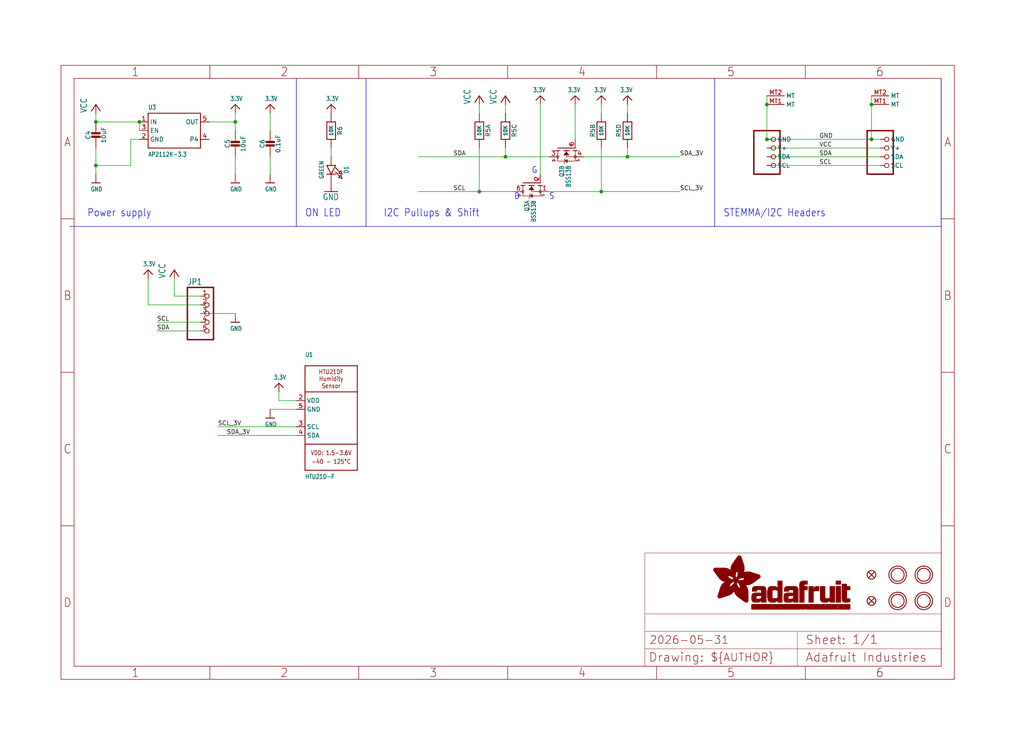
<source format=kicad_sch>
(kicad_sch (version 20230121) (generator eeschema)
  (paper "User" 298.45 217.322)
  (lib_symbols
    (symbol "working-eagle-import:3.3V" (power)
      (property "Value" "3.3V" (at -1.524 1.016 0))
      (symbol "3.3V_1_0"
        (pin power_in line (at 0 -2.54 90) (length 2.54) (name "3.3V") (number "1"))
      )
    )
    (symbol "working-eagle-import:CAP_CERAMIC0603_NO"
      (property "Reference" "C" (at -2.29 1.25 90))
      (symbol "CAP_CERAMIC0603_NO_1_0"
        (pin passive line (at 0 5.08 270) (length 2.54) (name "1") (number "1"))
        (pin passive line (at 0 -2.54 90) (length 2.54) (name "2") (number "2"))
      )
    )
    (symbol "working-eagle-import:CAP_CERAMIC0805-NOOUTLINE"
      (property "Reference" "C" (at -2.29 1.25 90))
      (symbol "CAP_CERAMIC0805-NOOUTLINE_1_0"
        (pin passive line (at 0 5.08 270) (length 2.54) (name "1") (number "1"))
        (pin passive line (at 0 -2.54 90) (length 2.54) (name "2") (number "2"))
      )
    )
    (symbol "working-eagle-import:FIDUCIAL_1MM")
    (symbol "working-eagle-import:FRAME_A4_ADAFRUIT"
      (symbol "FRAME_A4_ADAFRUIT_1_0"
        (text "${#}/${##}" (at 230.505 10.16 0) (effects (font (size 2.54 2.54)) (justify left bottom)))
        (text "${AUTHOR}" (at 189.23 5.08 0) (effects (font (size 2.286 2.286)) (justify left bottom)))
        (text "${CURRENT_DATE}" (at 171.45 10.16 0) (effects (font (size 2.286 2.286)) (justify left bottom)))
        (text "${PROJECTNAME}" (at 171.45 15.24 0) (effects (font (size 2.54 2.54)) (justify left bottom)))
        (text "1" (at 21.6958 1.905 0) (effects (font (size 2.54 2.286))))
        (text "1" (at 21.6958 177.165 0) (effects (font (size 2.54 2.286))))
        (text "2" (at 65.0875 1.905 0) (effects (font (size 2.54 2.286))))
        (text "2" (at 65.0875 177.165 0) (effects (font (size 2.54 2.286))))
        (text "3" (at 108.4792 1.905 0) (effects (font (size 2.54 2.286))))
        (text "3" (at 108.4792 177.165 0) (effects (font (size 2.54 2.286))))
        (text "4" (at 151.8708 1.905 0) (effects (font (size 2.54 2.286))))
        (text "4" (at 151.8708 177.165 0) (effects (font (size 2.54 2.286))))
        (text "5" (at 195.2625 1.905 0) (effects (font (size 2.54 2.286))))
        (text "5" (at 195.2625 177.165 0) (effects (font (size 2.54 2.286))))
        (text "6" (at 238.6542 1.905 0) (effects (font (size 2.54 2.286))))
        (text "6" (at 238.6542 177.165 0) (effects (font (size 2.54 2.286))))
        (text "A" (at 1.905 156.6863 0) (effects (font (size 2.54 2.286))))
        (text "A" (at 258.445 156.6863 0) (effects (font (size 2.54 2.286))))
        (text "Adafruit Industries" (at 216.916 4.953 0) (effects (font (size 2.54 2.54)) (justify left bottom)))
        (text "B" (at 1.905 111.9188 0) (effects (font (size 2.54 2.286))))
        (text "B" (at 258.445 111.9188 0) (effects (font (size 2.54 2.286))))
        (text "C" (at 1.905 67.1513 0) (effects (font (size 2.54 2.286))))
        (text "C" (at 258.445 67.1513 0) (effects (font (size 2.54 2.286))))
        (text "D" (at 1.905 22.3838 0) (effects (font (size 2.54 2.286))))
        (text "D" (at 258.445 22.3838 0) (effects (font (size 2.54 2.286))))
        (text "Drawing:" (at 171.196 4.953 0) (effects (font (size 2.54 2.54)) (justify left bottom)))
        (text "Sheet:" (at 216.916 10.033 0) (effects (font (size 2.54 2.54)) (justify left bottom)))
      )
    )
    (symbol "working-eagle-import:GND" (power)
      (property "Value" "GND" (at -1.524 -2.54 0))
      (symbol "GND_1_0"
        (pin power_in line (at 0 2.54 270) (length 2.54) (name "GND") (number "1"))
      )
    )
    (symbol "working-eagle-import:HEADER-1X570MIL"
      (property "Reference" "JP" (at -6.35 8.255 0))
      (symbol "HEADER-1X570MIL_1_0"
        (pin passive inverted (at -2.54 5.08 0) (length 2.54) (name "1") (number "1"))
        (pin passive inverted (at -2.54 2.54 0) (length 2.54) (name "2") (number "2"))
        (pin passive inverted (at -2.54 0 0) (length 2.54) (name "3") (number "3"))
        (pin passive inverted (at -2.54 -2.54 0) (length 2.54) (name "4") (number "4"))
        (pin passive inverted (at -2.54 -5.08 0) (length 2.54) (name "5") (number "5"))
      )
    )
    (symbol "working-eagle-import:HTU21DF"
      (property "Reference" "U" (at -7.62 17.78 0))
      (symbol "HTU21DF_1_0"
        (text "-40 - 125°C" (at 0 -12.7 0) (effects (font (size 1.27 1.0795))))
        (text "HTU21DF\nHumidity\nSensor" (at 0 11.43 0) (effects (font (size 1.27 1.0795))))
        (text "VDD: 1.5-3.6V" (at 0 -10.16 0) (effects (font (size 1.27 1.0795))))
        (pin power_in line (at -10.16 5.08 0) (length 2.54) (name "VDD") (number "2"))
        (pin input line (at -10.16 -2.54 0) (length 2.54) (name "SCL") (number "3"))
        (pin bidirectional line (at -10.16 -5.08 0) (length 2.54) (name "SDA") (number "4"))
        (pin power_in line (at -10.16 2.54 0) (length 2.54) (name "GND") (number "5"))
      )
    )
    (symbol "working-eagle-import:LED0603_NOOUTLINE"
      (property "Reference" "D" (at -1.27 4.445 0))
      (symbol "LED0603_NOOUTLINE_1_0"
        (pin passive line (at -5.08 0 0) (length 2.54) (name "A") (number "A"))
        (pin passive line (at 2.54 0 180) (length 2.54) (name "C") (number "C"))
      )
    )
    (symbol "working-eagle-import:MOSFET-N_DUAL"
      (property "Reference" "Q" (at 5.08 0.635 0))
      (symbol "MOSFET-N_DUAL_1_0"
        (text "D" (at 3.175 3.175 0) (effects (font (size 0.8128 0.6908)) (justify left bottom)))
        (text "G" (at -1.27 -1.905 0) (effects (font (size 0.8128 0.6908)) (justify left bottom)))
        (text "S" (at 3.175 -3.81 0) (effects (font (size 0.8128 0.6908)) (justify left bottom)))
        (pin bidirectional line (at 2.54 -5.08 90) (length 2.54) (name "S") (number "1"))
        (pin bidirectional line (at -2.54 -2.54 0) (length 2.54) (name "G") (number "2"))
        (pin bidirectional line (at 2.54 5.08 270) (length 2.54) (name "D") (number "6"))
      )
      (symbol "MOSFET-N_DUAL_2_0"
        (text "D" (at 3.175 3.175 0) (effects (font (size 0.8128 0.6908)) (justify left bottom)))
        (text "G" (at -1.27 -1.905 0) (effects (font (size 0.8128 0.6908)) (justify left bottom)))
        (text "S" (at 3.175 -3.81 0) (effects (font (size 0.8128 0.6908)) (justify left bottom)))
        (pin bidirectional line (at 2.54 5.08 270) (length 2.54) (name "D") (number "3"))
        (pin bidirectional line (at 2.54 -5.08 90) (length 2.54) (name "S") (number "4"))
        (pin bidirectional line (at -2.54 -2.54 0) (length 2.54) (name "G") (number "5"))
      )
    )
    (symbol "working-eagle-import:MOUNTINGHOLE2.5")
    (symbol "working-eagle-import:RESISTOR_0603_NOOUT"
      (property "Reference" "R" (at 0 2.54 0))
      (symbol "RESISTOR_0603_NOOUT_1_0"
        (pin passive line (at -5.08 0 0) (length 2.54) (name "1") (number "1"))
        (pin passive line (at 5.08 0 180) (length 2.54) (name "2") (number "2"))
      )
    )
    (symbol "working-eagle-import:RESISTOR_4PACK"
      (property "Reference" "R" (at 0 2.54 0))
      (symbol "RESISTOR_4PACK_1_0"
        (pin passive line (at -5.08 0 0) (length 2.54) (name "1") (number "1"))
        (pin passive line (at 5.08 0 180) (length 2.54) (name "2") (number "8"))
      )
      (symbol "RESISTOR_4PACK_2_0"
        (pin passive line (at -5.08 0 0) (length 2.54) (name "1") (number "2"))
        (pin passive line (at 5.08 0 180) (length 2.54) (name "2") (number "7"))
      )
      (symbol "RESISTOR_4PACK_3_0"
        (pin passive line (at -5.08 0 0) (length 2.54) (name "1") (number "3"))
        (pin passive line (at 5.08 0 180) (length 2.54) (name "2") (number "6"))
      )
      (symbol "RESISTOR_4PACK_4_0"
        (pin passive line (at -5.08 0 0) (length 2.54) (name "1") (number "4"))
        (pin passive line (at 5.08 0 180) (length 2.54) (name "2") (number "5"))
      )
    )
    (symbol "working-eagle-import:STEMMA_I2C_QT"
      (symbol "STEMMA_I2C_QT_1_0"
        (pin passive inverted (at 0 5.08 0) (length 2.54) (name "GND") (number "1"))
        (pin passive inverted (at 0 2.54 0) (length 2.54) (name "V+") (number "2"))
        (pin passive inverted (at 0 0 0) (length 2.54) (name "SDA") (number "3"))
        (pin passive inverted (at 0 -2.54 0) (length 2.54) (name "SCL") (number "4"))
      )
      (symbol "STEMMA_I2C_QT_2_0"
        (pin bidirectional line (at 0 0 0) (length 5.08) (name "MT") (number "MT1"))
      )
      (symbol "STEMMA_I2C_QT_3_0"
        (pin bidirectional line (at 0 0 0) (length 5.08) (name "MT") (number "MT2"))
      )
    )
    (symbol "working-eagle-import:VCC" (power)
      (property "Value" "VCC" (at -2.54 -2.54 90))
      (symbol "VCC_1_0"
        (pin power_in line (at 0 -2.54 90) (length 2.54) (name "VCC") (number "1"))
      )
    )
    (symbol "working-eagle-import:VREG_SOT23-5"
      (property "Reference" "U" (at -7.62 6.096 0))
      (symbol "VREG_SOT23-5_1_0"
        (pin power_in line (at -10.16 2.54 0) (length 2.54) (name "IN") (number "1"))
        (pin power_in line (at -10.16 -2.54 0) (length 2.54) (name "GND") (number "2"))
        (pin input line (at -10.16 0 0) (length 2.54) (name "EN") (number "3"))
        (pin bidirectional line (at 10.16 -2.54 180) (length 2.54) (name "P4") (number "4"))
        (pin power_in line (at 10.16 2.54 180) (length 2.54) (name "OUT") (number "5"))
      )
    )
    (symbol "working-eagle-import:supply1_GND" (power)
      (property "Value" "supply1_GND" (at -2.54 -2.54 0))
      (symbol "supply1_GND_1_0"
        (pin power_in line (at 0 2.54 270) (length 2.54) (name "GND") (number "1"))
      )
    )
  )
  (junction (at 223.52 40.64))
  (junction (at 175.26 55.88))
  (junction (at 254 30.48))
  (junction (at 182.88 45.72))
  (junction (at 27.94 35.56))
  (junction (at 27.94 48.26))
  (junction (at 40.64 35.56))
  (junction (at 147.32 45.72))
  (junction (at 223.52 30.48))
  (junction (at 68.58 35.56))
  (junction (at 254 40.64))
  (junction (at 139.7 55.88))
  (wire (pts (xy 256.54 45.72) (xy 223.52 45.72)) (stroke (width 0.1524)))
  (wire (pts (xy 50.8 86.36) (xy 50.8 81.28)) (stroke (width 0.1524)))
  (wire (pts (xy 182.88 33.02) (xy 182.88 30.48)) (stroke (width 0.1524)))
  (wire (pts (xy 254 30.48) (xy 254 40.64)) (stroke (width 0.1524)))
  (wire (pts (xy 147.32 43.18) (xy 147.32 45.72)) (stroke (width 0.1524)))
  (wire (pts (xy 40.64 35.56) (xy 27.94 35.56)) (stroke (width 0.1524)))
  (polyline (pts (xy 20.32 66.04) (xy 86.36 66.04)) (stroke (width 0.1524) (type solid)))
  (wire (pts (xy 78.74 45.72) (xy 78.74 50.8)) (stroke (width 0.1524)))
  (wire (pts (xy 86.36 124.46) (xy 63.5 124.46)) (stroke (width 0.1524)))
  (wire (pts (xy 175.26 43.18) (xy 175.26 55.88)) (stroke (width 0.1524)))
  (wire (pts (xy 254 40.64) (xy 223.52 40.64)) (stroke (width 0.1524)))
  (polyline (pts (xy 274.32 22.86) (xy 274.32 66.04)) (stroke (width 0.1524) (type solid)))
  (wire (pts (xy 223.52 30.48) (xy 223.52 40.64)) (stroke (width 0.1524)))
  (wire (pts (xy 40.64 38.1) (xy 40.64 35.56)) (stroke (width 0.1524)))
  (wire (pts (xy 147.32 45.72) (xy 121.92 45.72)) (stroke (width 0.1524)))
  (wire (pts (xy 223.52 27.94) (xy 223.52 30.48)) (stroke (width 0.1524)))
  (wire (pts (xy 139.7 30.48) (xy 139.7 33.02)) (stroke (width 0.1524)))
  (polyline (pts (xy 106.68 22.86) (xy 106.68 66.04)) (stroke (width 0.1524) (type solid)))
  (wire (pts (xy 182.88 45.72) (xy 198.12 45.72)) (stroke (width 0.1524)))
  (wire (pts (xy 157.48 50.8) (xy 157.48 30.48)) (stroke (width 0.1524)))
  (wire (pts (xy 38.1 40.64) (xy 38.1 48.26)) (stroke (width 0.1524)))
  (wire (pts (xy 38.1 48.26) (xy 27.94 48.26)) (stroke (width 0.1524)))
  (wire (pts (xy 78.74 33.02) (xy 78.74 38.1)) (stroke (width 0.1524)))
  (wire (pts (xy 81.28 116.84) (xy 81.28 114.3)) (stroke (width 0.1524)))
  (wire (pts (xy 58.42 96.52) (xy 45.72 96.52)) (stroke (width 0.1524)))
  (wire (pts (xy 58.42 93.98) (xy 45.72 93.98)) (stroke (width 0.1524)))
  (wire (pts (xy 27.94 33.02) (xy 27.94 35.56)) (stroke (width 0.1524)))
  (polyline (pts (xy 106.68 66.04) (xy 208.28 66.04)) (stroke (width 0.1524) (type solid)))
  (wire (pts (xy 60.96 35.56) (xy 68.58 35.56)) (stroke (width 0.1524)))
  (wire (pts (xy 58.42 91.44) (xy 68.58 91.44)) (stroke (width 0.1524)))
  (wire (pts (xy 139.7 43.18) (xy 139.7 55.88)) (stroke (width 0.1524)))
  (wire (pts (xy 254 27.94) (xy 254 30.48)) (stroke (width 0.1524)))
  (wire (pts (xy 96.52 45.72) (xy 96.52 43.18)) (stroke (width 0.1524)))
  (wire (pts (xy 160.02 55.88) (xy 175.26 55.88)) (stroke (width 0.1524)))
  (wire (pts (xy 223.52 43.18) (xy 256.54 43.18)) (stroke (width 0.1524)))
  (wire (pts (xy 27.94 48.26) (xy 27.94 43.18)) (stroke (width 0.1524)))
  (wire (pts (xy 58.42 88.9) (xy 43.18 88.9)) (stroke (width 0.1524)))
  (wire (pts (xy 40.64 40.64) (xy 38.1 40.64)) (stroke (width 0.1524)))
  (wire (pts (xy 160.02 45.72) (xy 147.32 45.72)) (stroke (width 0.1524)))
  (wire (pts (xy 167.64 40.64) (xy 167.64 30.48)) (stroke (width 0.1524)))
  (wire (pts (xy 68.58 45.72) (xy 68.58 50.8)) (stroke (width 0.1524)))
  (wire (pts (xy 147.32 33.02) (xy 147.32 30.48)) (stroke (width 0.1524)))
  (polyline (pts (xy 86.36 66.04) (xy 106.68 66.04)) (stroke (width 0.1524) (type solid)))
  (wire (pts (xy 43.18 88.9) (xy 43.18 81.28)) (stroke (width 0.1524)))
  (wire (pts (xy 68.58 35.56) (xy 68.58 33.02)) (stroke (width 0.1524)))
  (wire (pts (xy 149.86 55.88) (xy 139.7 55.88)) (stroke (width 0.1524)))
  (polyline (pts (xy 86.36 22.86) (xy 86.36 66.04)) (stroke (width 0.1524) (type solid)))
  (wire (pts (xy 63.5 127) (xy 86.36 127)) (stroke (width 0.1524)))
  (wire (pts (xy 139.7 55.88) (xy 121.92 55.88)) (stroke (width 0.1524)))
  (wire (pts (xy 170.18 45.72) (xy 182.88 45.72)) (stroke (width 0.1524)))
  (wire (pts (xy 27.94 48.26) (xy 27.94 50.8)) (stroke (width 0.1524)))
  (wire (pts (xy 256.54 40.64) (xy 254 40.64)) (stroke (width 0.1524)))
  (wire (pts (xy 223.52 48.26) (xy 256.54 48.26)) (stroke (width 0.1524)))
  (polyline (pts (xy 208.28 22.86) (xy 208.28 66.04)) (stroke (width 0.1524) (type solid)))
  (polyline (pts (xy 208.28 66.04) (xy 274.32 66.04)) (stroke (width 0.1524) (type solid)))
  (wire (pts (xy 86.36 119.38) (xy 78.74 119.38)) (stroke (width 0.1524)))
  (wire (pts (xy 175.26 55.88) (xy 198.12 55.88)) (stroke (width 0.1524)))
  (wire (pts (xy 86.36 116.84) (xy 81.28 116.84)) (stroke (width 0.1524)))
  (wire (pts (xy 175.26 33.02) (xy 175.26 30.48)) (stroke (width 0.1524)))
  (wire (pts (xy 182.88 43.18) (xy 182.88 45.72)) (stroke (width 0.1524)))
  (wire (pts (xy 68.58 35.56) (xy 68.58 38.1)) (stroke (width 0.1524)))
  (wire (pts (xy 58.42 86.36) (xy 50.8 86.36)) (stroke (width 0.1524)))
  (text "STEMMA/I2C Headers" (at 210.82 63.5 0) (effects (font (size 2.1844 1.8567)) (justify left bottom)))
  (text "I2C Pullups & Shift" (at 111.76 63.5 0) (effects (font (size 2.1844 1.8567)) (justify left bottom)))
  (text "S" (at 160.02 58.42 0) (effects (font (size 1.778 1.5113)) (justify left bottom)))
  (text "ON LED" (at 88.9 63.5 0) (effects (font (size 2.1844 1.8567)) (justify left bottom)))
  (text "D" (at 149.86 58.42 0) (effects (font (size 1.778 1.5113)) (justify left bottom)))
  (text "Power supply" (at 25.4 63.5 0) (effects (font (size 2.1844 1.8567)) (justify left bottom)))
  (text "G" (at 154.94 50.8 0) (effects (font (size 1.778 1.5113)) (justify left bottom)))
  (label "VCC" (at 238.76 43.18 0) (effects (font (size 1.2446 1.2446))))
  (label "SDA" (at 132.08 45.72 0) (effects (font (size 1.2446 1.2446))))
  (label "SDA_3V" (at 198.12 45.72 0) (effects (font (size 1.2446 1.2446))))
  (label "SCL_3V" (at 63.5 124.46 0) (effects (font (size 1.2446 1.2446))))
  (label "SCL" (at 45.72 93.98 0) (effects (font (size 1.2446 1.2446))))
  (label "SDA_3V" (at 66.04 127 0) (effects (font (size 1.2446 1.2446))))
  (label "SDA" (at 238.76 45.72 0) (effects (font (size 1.2446 1.2446))))
  (label "SCL_3V" (at 198.12 55.88 0) (effects (font (size 1.2446 1.2446))))
  (label "SCL" (at 132.08 55.88 0) (effects (font (size 1.2446 1.2446))))
  (label "SCL" (at 238.76 48.26 0) (effects (font (size 1.2446 1.2446))))
  (label "SDA" (at 45.72 96.52 0) (effects (font (size 1.2446 1.2446))))
  (label "GND" (at 238.76 40.64 0) (effects (font (size 1.2446 1.2446))))
  (symbol (lib_id "working-eagle-import:MOSFET-N_DUAL") (at 154.94 53.34 90) (mirror x) (unit 1)
    (property "Reference" "Q3" (at 154.305 58.42 0) (effects (font (size 1.27 1.0795)) (justify left bottom)))
    (property "Value" "BSS138" (at 156.21 58.42 0) (effects (font (size 1.27 1.0795)) (justify left bottom)))
    (property "Footprint" "working:SOT363" (effects hide))
  )
  (symbol (lib_id "working-eagle-import:STEMMA_I2C_QT") (at 223.52 45.72 0) (unit 1)
    (property "Reference" "CONN3" (effects hide))
    (property "Value" "STEMMA_I2C_QT" (effects hide))
    (property "Footprint" "working:JST_SH4" (effects hide))
  )
  (symbol (lib_id "working-eagle-import:3.3V") (at 167.64 27.94 0) (mirror y) (unit 1)
    (property "Reference" "#U$23" (effects hide))
    (property "Value" "3.3V" (at 169.164 26.924 0) (effects (font (size 1.27 1.0795)) (justify left bottom)))
  )
  (symbol (lib_id "working-eagle-import:STEMMA_I2C_QT") (at 254 27.94 0) (unit 3)
    (property "Reference" "CONN4" (effects hide))
    (property "Value" "STEMMA_I2C_QT" (effects hide))
    (property "Footprint" "working:JST_SH4" (effects hide))
  )
  (symbol (lib_id "working-eagle-import:GND") (at 78.74 53.34 0) (unit 1)
    (property "Reference" "#U$12" (effects hide))
    (property "Value" "GND" (at 77.216 55.88 0) (effects (font (size 1.27 1.0795)) (justify left bottom)))
  )
  (symbol (lib_id "working-eagle-import:MOUNTINGHOLE2.5") (at 261.62 167.64 0) (unit 1)
    (property "Reference" "U$20" (effects hide))
    (property "Value" "MOUNTINGHOLE2.5" (effects hide))
    (property "Footprint" "working:MOUNTINGHOLE_2.5_PLATED" (effects hide))
  )
  (symbol (lib_id "working-eagle-import:STEMMA_I2C_QT") (at 256.54 45.72 0) (unit 1)
    (property "Reference" "CONN4" (effects hide))
    (property "Value" "STEMMA_I2C_QT" (effects hide))
    (property "Footprint" "working:JST_SH4" (effects hide))
  )
  (symbol (lib_id "working-eagle-import:CAP_CERAMIC0805-NOOUTLINE") (at 68.58 43.18 0) (unit 1)
    (property "Reference" "C5" (at 66.29 41.93 90))
    (property "Value" "10uF" (at 70.88 41.93 90))
    (property "Footprint" "working:0805-NO" (effects hide))
  )
  (symbol (lib_id "working-eagle-import:HTU21DF") (at 96.52 121.92 0) (unit 1)
    (property "Reference" "U1" (at 88.9 104.14 0) (effects (font (size 1.27 1.0795)) (justify left bottom)))
    (property "Value" "HTU21D-F" (at 88.9 139.7 0) (effects (font (size 1.27 1.0795)) (justify left bottom)))
    (property "Footprint" "working:HTU21DF" (effects hide))
  )
  (symbol (lib_id "working-eagle-import:VCC") (at 50.8 78.74 0) (unit 1)
    (property "Reference" "#P+8" (effects hide))
    (property "Value" "VCC" (at 48.26 81.28 90) (effects (font (size 1.778 1.5113)) (justify left bottom)))
  )
  (symbol (lib_id "working-eagle-import:STEMMA_I2C_QT") (at 254 30.48 0) (unit 2)
    (property "Reference" "CONN4" (effects hide))
    (property "Value" "STEMMA_I2C_QT" (effects hide))
    (property "Footprint" "working:JST_SH4" (effects hide))
  )
  (symbol (lib_id "working-eagle-import:RESISTOR_0603_NOOUT") (at 96.52 38.1 270) (unit 1)
    (property "Reference" "R6" (at 99.06 38.1 0))
    (property "Value" "10K" (at 96.52 38.1 0) (effects (font (size 1.016 1.016) bold)))
    (property "Footprint" "working:0603-NO" (effects hide))
  )
  (symbol (lib_id "working-eagle-import:STEMMA_I2C_QT") (at 223.52 27.94 0) (unit 3)
    (property "Reference" "CONN3" (effects hide))
    (property "Value" "STEMMA_I2C_QT" (effects hide))
    (property "Footprint" "working:JST_SH4" (effects hide))
  )
  (symbol (lib_id "working-eagle-import:VREG_SOT23-5") (at 50.8 38.1 0) (unit 1)
    (property "Reference" "U3" (at 43.18 32.004 0) (effects (font (size 1.27 1.0795)) (justify left bottom)))
    (property "Value" "AP2112K-3.3" (at 43.18 45.72 0) (effects (font (size 1.27 1.0795)) (justify left bottom)))
    (property "Footprint" "working:SOT23-5" (effects hide))
  )
  (symbol (lib_id "working-eagle-import:3.3V") (at 81.28 111.76 0) (unit 1)
    (property "Reference" "#U$4" (effects hide))
    (property "Value" "3.3V" (at 79.756 110.744 0) (effects (font (size 1.27 1.0795)) (justify left bottom)))
  )
  (symbol (lib_id "working-eagle-import:3.3V") (at 157.48 27.94 0) (mirror y) (unit 1)
    (property "Reference" "#U$26" (effects hide))
    (property "Value" "3.3V" (at 159.004 26.924 0) (effects (font (size 1.27 1.0795)) (justify left bottom)))
  )
  (symbol (lib_id "working-eagle-import:RESISTOR_4PACK") (at 147.32 38.1 270) (unit 3)
    (property "Reference" "R5" (at 149.86 38.1 0))
    (property "Value" "10K" (at 147.32 38.1 0) (effects (font (size 1.016 1.016) bold)))
    (property "Footprint" "working:RESPACK_4X0603" (effects hide))
  )
  (symbol (lib_id "working-eagle-import:GND") (at 27.94 53.34 0) (unit 1)
    (property "Reference" "#U$13" (effects hide))
    (property "Value" "GND" (at 26.416 55.88 0) (effects (font (size 1.27 1.0795)) (justify left bottom)))
  )
  (symbol (lib_id "working-eagle-import:3.3V") (at 43.18 78.74 0) (unit 1)
    (property "Reference" "#U$18" (effects hide))
    (property "Value" "3.3V" (at 41.656 77.724 0) (effects (font (size 1.27 1.0795)) (justify left bottom)))
  )
  (symbol (lib_id "working-eagle-import:FRAME_A4_ADAFRUIT") (at 17.78 198.12 0) (unit 1)
    (property "Reference" "#U$21" (effects hide))
    (property "Value" "FRAME_A4_ADAFRUIT" (effects hide))
  )
  (symbol (lib_id "working-eagle-import:MOSFET-N_DUAL") (at 165.1 43.18 90) (mirror x) (unit 2)
    (property "Reference" "Q3" (at 164.465 48.26 0) (effects (font (size 1.27 1.0795)) (justify left bottom)))
    (property "Value" "BSS138" (at 166.37 48.26 0) (effects (font (size 1.27 1.0795)) (justify left bottom)))
    (property "Footprint" "working:SOT363" (effects hide))
  )
  (symbol (lib_id "working-eagle-import:FIDUCIAL_1MM") (at 254 175.26 0) (unit 1)
    (property "Reference" "FID3" (effects hide))
    (property "Value" "FIDUCIAL_1MM" (effects hide))
    (property "Footprint" "working:FIDUCIAL_1MM" (effects hide))
  )
  (symbol (lib_id "working-eagle-import:FIDUCIAL_1MM") (at 254 167.64 0) (unit 1)
    (property "Reference" "FID4" (effects hide))
    (property "Value" "FIDUCIAL_1MM" (effects hide))
    (property "Footprint" "working:FIDUCIAL_1MM" (effects hide))
  )
  (symbol (lib_id "working-eagle-import:GND") (at 78.74 121.92 0) (unit 1)
    (property "Reference" "#U$5" (effects hide))
    (property "Value" "GND" (at 77.216 124.46 0) (effects (font (size 1.27 1.0795)) (justify left bottom)))
  )
  (symbol (lib_id "working-eagle-import:3.3V") (at 78.74 30.48 0) (unit 1)
    (property "Reference" "#U$15" (effects hide))
    (property "Value" "3.3V" (at 77.216 29.464 0) (effects (font (size 1.27 1.0795)) (justify left bottom)))
  )
  (symbol (lib_id "working-eagle-import:3.3V") (at 68.58 30.48 0) (unit 1)
    (property "Reference" "#U$16" (effects hide))
    (property "Value" "3.3V" (at 67.056 29.464 0) (effects (font (size 1.27 1.0795)) (justify left bottom)))
  )
  (symbol (lib_id "working-eagle-import:3.3V") (at 96.52 30.48 0) (unit 1)
    (property "Reference" "#U$27" (effects hide))
    (property "Value" "3.3V" (at 94.996 29.464 0) (effects (font (size 1.27 1.0795)) (justify left bottom)))
  )
  (symbol (lib_id "working-eagle-import:RESISTOR_4PACK") (at 139.7 38.1 270) (unit 1)
    (property "Reference" "R5" (at 142.24 38.1 0))
    (property "Value" "10K" (at 139.7 38.1 0) (effects (font (size 1.016 1.016) bold)))
    (property "Footprint" "working:RESPACK_4X0603" (effects hide))
  )
  (symbol (lib_id "working-eagle-import:GND") (at 68.58 93.98 0) (unit 1)
    (property "Reference" "#U$14" (effects hide))
    (property "Value" "GND" (at 67.056 96.52 0) (effects (font (size 1.27 1.0795)) (justify left bottom)))
  )
  (symbol (lib_id "working-eagle-import:RESISTOR_4PACK") (at 175.26 38.1 90) (mirror x) (unit 2)
    (property "Reference" "R5" (at 172.72 38.1 0))
    (property "Value" "10K" (at 175.26 38.1 0) (effects (font (size 1.016 1.016) bold)))
    (property "Footprint" "working:RESPACK_4X0603" (effects hide))
  )
  (symbol (lib_id "working-eagle-import:STEMMA_I2C_QT") (at 223.52 30.48 0) (unit 2)
    (property "Reference" "CONN3" (effects hide))
    (property "Value" "STEMMA_I2C_QT" (effects hide))
    (property "Footprint" "working:JST_SH4" (effects hide))
  )
  (symbol (lib_id "working-eagle-import:CAP_CERAMIC0805-NOOUTLINE") (at 27.94 40.64 0) (unit 1)
    (property "Reference" "C4" (at 25.65 39.39 90))
    (property "Value" "10uF" (at 30.24 39.39 90))
    (property "Footprint" "working:0805-NO" (effects hide))
  )
  (symbol (lib_id "working-eagle-import:MOUNTINGHOLE2.5") (at 269.24 167.64 0) (unit 1)
    (property "Reference" "U$22" (effects hide))
    (property "Value" "MOUNTINGHOLE2.5" (effects hide))
    (property "Footprint" "working:MOUNTINGHOLE_2.5_PLATED" (effects hide))
  )
  (symbol (lib_id "working-eagle-import:3.3V") (at 175.26 27.94 0) (mirror y) (unit 1)
    (property "Reference" "#U$24" (effects hide))
    (property "Value" "3.3V" (at 176.784 26.924 0) (effects (font (size 1.27 1.0795)) (justify left bottom)))
  )
  (symbol (lib_id "working-eagle-import:GND") (at 68.58 53.34 0) (unit 1)
    (property "Reference" "#U$11" (effects hide))
    (property "Value" "GND" (at 67.056 55.88 0) (effects (font (size 1.27 1.0795)) (justify left bottom)))
  )
  (symbol (lib_id "working-eagle-import:CAP_CERAMIC0603_NO") (at 78.74 43.18 0) (unit 1)
    (property "Reference" "C6" (at 76.45 41.93 90))
    (property "Value" "0.1uF" (at 81.04 41.93 90))
    (property "Footprint" "working:0603-NO" (effects hide))
  )
  (symbol (lib_id "working-eagle-import:3.3V") (at 182.88 27.94 0) (mirror y) (unit 1)
    (property "Reference" "#U$17" (effects hide))
    (property "Value" "3.3V" (at 184.404 26.924 0) (effects (font (size 1.27 1.0795)) (justify left bottom)))
  )
  (symbol (lib_id "working-eagle-import:VCC") (at 27.94 30.48 0) (unit 1)
    (property "Reference" "#P+7" (effects hide))
    (property "Value" "VCC" (at 25.4 33.02 90) (effects (font (size 1.778 1.5113)) (justify left bottom)))
  )
  (symbol (lib_id "working-eagle-import:VCC") (at 147.32 27.94 0) (unit 1)
    (property "Reference" "#P+6" (effects hide))
    (property "Value" "VCC" (at 144.78 30.48 90) (effects (font (size 1.778 1.5113)) (justify left bottom)))
  )
  (symbol (lib_id "working-eagle-import:MOUNTINGHOLE2.5") (at 261.62 175.26 0) (unit 1)
    (property "Reference" "U$19" (effects hide))
    (property "Value" "MOUNTINGHOLE2.5" (effects hide))
    (property "Footprint" "working:MOUNTINGHOLE_2.5_PLATED" (effects hide))
  )
  (symbol (lib_id "working-eagle-import:MOUNTINGHOLE2.5") (at 269.24 175.26 0) (unit 1)
    (property "Reference" "U$25" (effects hide))
    (property "Value" "MOUNTINGHOLE2.5" (effects hide))
    (property "Footprint" "working:MOUNTINGHOLE_2.5_PLATED" (effects hide))
  )
  (symbol (lib_id "working-eagle-import:supply1_GND") (at 96.52 55.88 0) (unit 1)
    (property "Reference" "#GND6" (effects hide))
    (property "Value" "GND" (at 93.98 58.42 0) (effects (font (size 1.778 1.5113)) (justify left bottom)))
  )
  (symbol (lib_id "working-eagle-import:VCC") (at 139.7 27.94 0) (unit 1)
    (property "Reference" "#P+5" (effects hide))
    (property "Value" "VCC" (at 137.16 30.48 90) (effects (font (size 1.778 1.5113)) (justify left bottom)))
  )
  (symbol (lib_id "working-eagle-import:RESISTOR_4PACK") (at 182.88 38.1 90) (mirror x) (unit 4)
    (property "Reference" "R5" (at 180.34 38.1 0))
    (property "Value" "10K" (at 182.88 38.1 0) (effects (font (size 1.016 1.016) bold)))
    (property "Footprint" "working:RESPACK_4X0603" (effects hide))
  )
  (symbol (lib_id "working-eagle-import:LED0603_NOOUTLINE") (at 96.52 50.8 270) (unit 1)
    (property "Reference" "D1" (at 100.965 49.53 0) (effects (font (size 1.27 1.0795))))
    (property "Value" "GREEN" (at 93.726 49.53 0) (effects (font (size 1.27 1.0795))))
    (property "Footprint" "working:CHIPLED_0603_NOOUTLINE" (effects hide))
  )
  (symbol (lib_id "working-eagle-import:HEADER-1X570MIL") (at 60.96 91.44 0) (unit 1)
    (property "Reference" "JP1" (at 54.61 83.185 0) (effects (font (size 1.778 1.5113)) (justify left bottom)))
    (property "Value" "HEADER-1X570MIL" (effects hide))
    (property "Footprint" "working:1X05_ROUND_70" (effects hide))
  )
)
</source>
